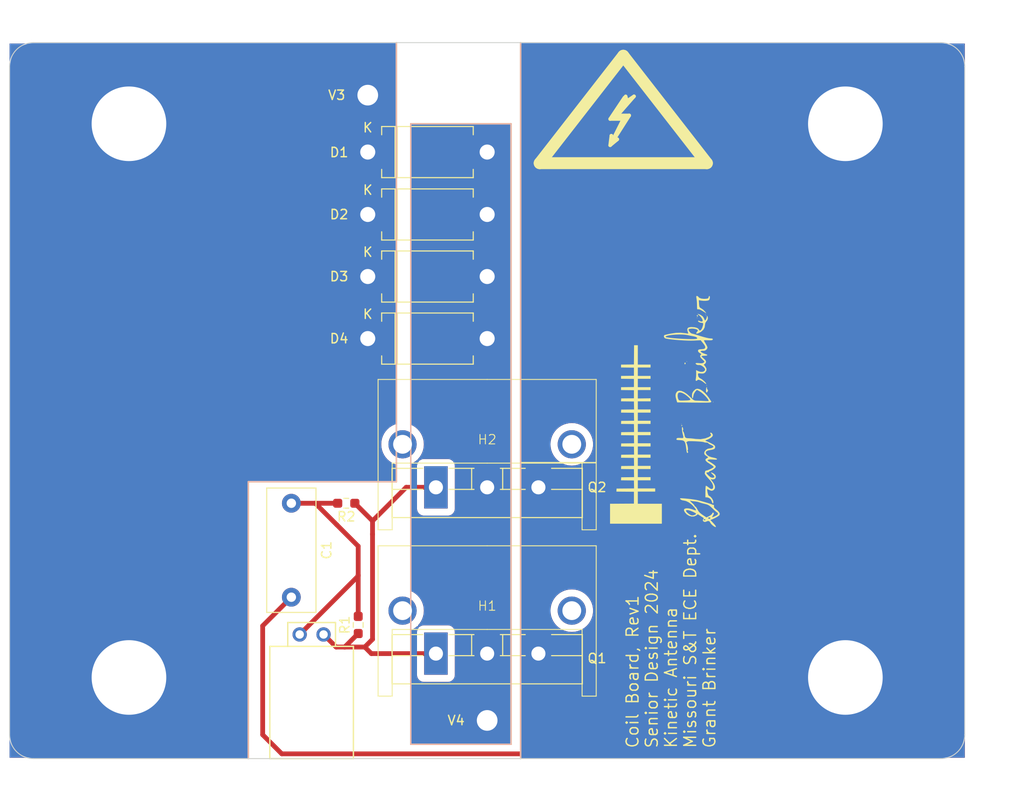
<source format=kicad_pcb>
(kicad_pcb (version 20221018) (generator pcbnew)
  (layers (0 "F.Cu" signal) (31 "B.Cu" signal) (34 "B.Paste" user) (35 "F.Paste" user) (36 "B.SilkS" user "B.Silkscreen") (37 "F.SilkS" user "F.Silkscreen") (38 "B.Mask" user) (39 "F.Mask" user) (44 "Edge.Cuts" user))
  (net 0 "")
  (net 1 "GND1")
  (net 2 "Net-(Q1-G)")
  (net 3 "PWR")
  (net 4 "GND")
  (net 5 "Coil-")
  (footprint "SeniorDesign:WV-T264-101E" (layer "F.Cu") (at 114.3 81.3562)
    (fp_text reference "H2" (at 0 -0.5 unlocked) (layer "F.SilkS") (effects (font (thickness 0.1))))
    (fp_text value "~")
    (fp_line (start -11.6 -6.9) (end 0 -6.9) (stroke (width 0.1)) (layer "F.SilkS"))
    (fp_line (start -11.6 9.1) (end -11.6 -6.9) (stroke (width 0.1)) (layer "F.SilkS"))
    (fp_line (start -10.1 2) (end -10.1 9.1) (stroke (width 0.1)) (layer "F.SilkS"))
    (fp_line (start -10.1 9.1) (end -11.6 9.1) (stroke (width 0.1)) (layer "F.SilkS"))
    (fp_line (start 0 2) (end -10.1 2) (stroke (width 0.1)) (layer "F.SilkS"))
    (fp_line (start 0 2) (end 10.1 2) (stroke (width 0.1)) (layer "F.SilkS"))
    (fp_line (start 10.1 2) (end 10.1 9.1) (stroke (width 0.1)) (layer "F.SilkS"))
    (fp_line (start 10.1 9.1) (end 11.6 9.1) (stroke (width 0.1)) (layer "F.SilkS"))
    (fp_line (start 11.6 -6.9) (end 0 -6.9) (stroke (width 0.1)) (layer "F.SilkS"))
    (fp_line (start 11.6 9.1) (end 11.6 -6.9) (stroke (width 0.1)) (layer "F.SilkS"))
    (pad "1" thru_hole circle (at -9 0) (size 3 3) (drill 2) (layers "*.Cu" "*.Mask"))
    (pad "2" thru_hole circle (at 9 0) (size 3 3) (drill 2) (layers "*.Cu" "*.Mask"))
  )
  (footprint "MRDT_Drill_Holes:BATT_PWR_VIA" (layer "F.Cu") (at 76.2 106.172)
    (fp_text reference "V5" hide)
    (fp_text value "Via" hide)
    (pad "1" thru_hole rect (at 0 0) (size 25.4 38.1) (drill 7.9375 (offset 0 -10.50925)) (layers "*.Cu" "*.Mask") (net 3 "PWR"))
  )
  (footprint "Capacitor_THT:C_Rect_L13.0mm_W5.0mm_P10.00mm_FKS3_FKP3_MKS4" (layer "F.Cu") (at 93.472 87.63 -90)
    (fp_text reference "C1" (at 5 -3.75 -90) (layer "F.SilkS"))
    (fp_text value "4.7n")
    (fp_line (start -1.62 -2.62) (end -1.62 2.62) (stroke (width 0.12)) (layer "F.SilkS"))
    (fp_line (start -1.62 -2.62) (end 11.62 -2.62) (stroke (width 0.12)) (layer "F.SilkS"))
    (fp_line (start -1.62 2.62) (end 11.62 2.62) (stroke (width 0.12)) (layer "F.SilkS"))
    (fp_line (start 11.62 -2.62) (end 11.62 2.62) (stroke (width 0.12)) (layer "F.SilkS"))
    (pad "1" thru_hole circle (at 0 0 270) (size 2 2) (drill 1) (layers "*.Cu" "*.Mask") (net 1 "GND1"))
    (pad "2" thru_hole circle (at 10 0 270) (size 2 2) (drill 1) (layers "*.Cu" "*.Mask") (net 4 "GND"))
  )
  (footprint "Diode_THT:D_DO-201AD_P12.70mm_Horizontal" (layer "F.Cu") (at 101.6 50.254)
    (fp_text reference "D1" (at -3.048 0.038) (layer "F.SilkS"))
    (fp_text value "D")
    (fp_text user "K" (at 0 -2.6) (layer "F.SilkS"))
    (fp_line (start 1.48 -2.72) (end 11.22 -2.72) (stroke (width 0.12)) (layer "F.SilkS"))
    (fp_line (start 1.48 -1.84) (end 1.48 -2.72) (stroke (width 0.12)) (layer "F.SilkS"))
    (fp_line (start 1.48 1.84) (end 1.48 2.72) (stroke (width 0.12)) (layer "F.SilkS"))
    (fp_line (start 1.48 2.72) (end 11.22 2.72) (stroke (width 0.12)) (layer "F.SilkS"))
    (fp_line (start 2.905 -2.72) (end 2.905 2.72) (stroke (width 0.12)) (layer "F.SilkS"))
    (fp_line (start 3.025 -2.72) (end 3.025 2.72) (stroke (width 0.12)) (layer "F.SilkS"))
    (fp_line (start 3.145 -2.72) (end 3.145 2.72) (stroke (width 0.12)) (layer "F.SilkS"))
    (fp_line (start 11.22 -2.72) (end 11.22 -1.84) (stroke (width 0.12)) (layer "F.SilkS"))
    (fp_line (start 11.22 2.72) (end 11.22 1.84) (stroke (width 0.12)) (layer "F.SilkS"))
    (pad "1" thru_hole rect (at 0 0) (size 3.2 3.2) (drill 1.6) (layers "*.Cu" "*.Mask") (net 3 "PWR"))
    (pad "2" thru_hole oval (at 12.7 0) (size 3.2 3.2) (drill 1.6) (layers "*.Cu" "*.Mask") (net 5 "Coil-"))
  )
  (footprint "MRDT_Connectors:MOLEX_SL_02_Horizontal" (layer "F.Cu") (at 96.899 101.596 180)
    (fp_text reference "Conn1" hide)
    (fp_text value "Molex_SL_02")
    (fp_line (start -3.175 -13.208) (end 5.715 -13.208) (stroke (width 0.15)) (layer "F.SilkS"))
    (fp_line (start -3.175 -1.27) (end -3.175 -13.208) (stroke (width 0.15)) (layer "F.SilkS"))
    (fp_line (start -3.175 -1.27) (end 5.715 -1.27) (stroke (width 0.15)) (layer "F.SilkS"))
    (fp_line (start -1.27 1.27) (end -1.27 -1.27) (stroke (width 0.15)) (layer "F.SilkS"))
    (fp_line (start 3.81 -1.27) (end 3.81 1.27) (stroke (width 0.15)) (layer "F.SilkS"))
    (fp_line (start 3.81 1.27) (end -1.27 1.27) (stroke (width 0.15)) (layer "F.SilkS"))
    (fp_line (start 5.715 -1.27) (end 5.715 -13.208) (stroke (width 0.15)) (layer "F.SilkS"))
    (pad "" np_thru_hole circle (at -1.145 -8.64 180) (size 3.45 3.45) (drill 3.45) (layers "*.Cu" "*.Mask"))
    (pad "" np_thru_hole circle (at 3.683 -8.636 180) (size 3.45 3.45) (drill 3.45) (layers "*.Cu" "*.Mask"))
    (pad "1" thru_hole circle (at 0 0 180) (size 1.524 1.524) (drill 0.9) (layers "*.Cu" "*.Mask") (net 2 "Net-(Q1-G)"))
    (pad "2" thru_hole circle (at 2.54 0 180) (size 1.524 1.524) (drill 0.9) (layers "*.Cu" "*.Mask") (net 1 "GND1"))
  )
  (footprint "Diode_THT:D_DO-201AD_P12.70mm_Horizontal" (layer "F.Cu") (at 101.6 63.5)
    (fp_text reference "D3" (at -3.048 0) (layer "F.SilkS"))
    (fp_text value "D")
    (fp_text user "K" (at 0 -2.6) (layer "F.SilkS"))
    (fp_line (start 1.48 -2.72) (end 11.22 -2.72) (stroke (width 0.12)) (layer "F.SilkS"))
    (fp_line (start 1.48 -1.84) (end 1.48 -2.72) (stroke (width 0.12)) (layer "F.SilkS"))
    (fp_line (start 1.48 1.84) (end 1.48 2.72) (stroke (width 0.12)) (layer "F.SilkS"))
    (fp_line (start 1.48 2.72) (end 11.22 2.72) (stroke (width 0.12)) (layer "F.SilkS"))
    (fp_line (start 2.905 -2.72) (end 2.905 2.72) (stroke (width 0.12)) (layer "F.SilkS"))
    (fp_line (start 3.025 -2.72) (end 3.025 2.72) (stroke (width 0.12)) (layer "F.SilkS"))
    (fp_line (start 3.145 -2.72) (end 3.145 2.72) (stroke (width 0.12)) (layer "F.SilkS"))
    (fp_line (start 11.22 -2.72) (end 11.22 -1.84) (stroke (width 0.12)) (layer "F.SilkS"))
    (fp_line (start 11.22 2.72) (end 11.22 1.84) (stroke (width 0.12)) (layer "F.SilkS"))
    (pad "1" thru_hole rect (at 0 0) (size 3.2 3.2) (drill 1.6) (layers "*.Cu" "*.Mask") (net 3 "PWR"))
    (pad "2" thru_hole oval (at 12.7 0) (size 3.2 3.2) (drill 1.6) (layers "*.Cu" "*.Mask") (net 5 "Coil-"))
  )
  (footprint "MountingHole:MountingHole_2.2mm_M2_DIN965_Pad" (layer "F.Cu") (at 101.6 44.196)
    (fp_text reference "V3" (at -3.302 0) (layer "F.SilkS"))
    (fp_text value "Via")
    (pad "1" thru_hole circle (at 0 0) (size 3.8 3.8) (drill 2.2) (layers "*.Cu" "*.Mask") (net 3 "PWR"))
  )
  (footprint "MRDT_Drill_Holes:BATT_PWR_VIA" (layer "F.Cu") (at 152.4 47.244)
    (fp_text reference "V2" hide)
    (fp_text value "Via" hide)
    (pad "1" thru_hole rect (at 0 0) (size 25.4 38.1) (drill 7.9375 (offset 0 10.50925)) (layers "*.Cu" "*.Mask") (net 4 "GND"))
  )
  (footprint "Symbol:Symbol_Highvoltage_Type2_CopperTop_Small" (layer "F.Cu") (at 128.778 47.625)
    (fp_text reference "REF**" hide)
    (fp_text value "Symbol_Highvoltage_Type2_CopperTop_Small")
    (fp_line (start -8.89 3.81) (end 0 -7.62) (stroke (width 1.27)) (layer "F.SilkS"))
    (fp_line (start -1.397 -0.889) (end 0 -0.889) (stroke (width 0.381)) (layer "F.SilkS"))
    (fp_line (start -1.397 1.905) (end -0.635 1.27) (stroke (width 0.381)) (layer "F.SilkS"))
    (fp_line (start -1.27 0.889) (end -1.397 1.905) (stroke (width 0.381)) (layer "F.SilkS"))
    (fp_line (start -1.143 1.397) (end -1.27 0.889) (stroke (width 0.381)) (layer "F.SilkS"))
    (fp_line (start -1.143 1.524) (end 0.635 -1.27) (stroke (width 0.381)) (layer "F.SilkS"))
    (fp_line (start -1.016 -1.016) (end 0.254 -1.016) (stroke (width 0.381)) (layer "F.SilkS"))
    (fp_line (start -0.635 -1.27) (end 1.143 -3.302) (stroke (width 0.381)) (layer "F.SilkS"))
    (fp_line (start -0.635 1.27) (end -1.143 1.524) (stroke (width 0.381)) (layer "F.SilkS"))
    (fp_line (start 0 -7.62) (end 8.89 3.81) (stroke (width 1.27)) (layer "F.SilkS"))
    (fp_line (start 0 -0.889) (end -1.143 1.397) (stroke (width 0.381)) (layer "F.SilkS"))
    (fp_line (start 0.127 -3.175) (end -1.397 -0.889) (stroke (width 0.381)) (layer "F.SilkS"))
    (fp_line (start 0.381 -2.921) (end -1.016 -1.016) (stroke (width 0.381)) (layer "F.SilkS"))
    (fp_line (start 0.381 -2.794) (end 0.254 -3.302) (stroke (width 0.381)) (layer "F.SilkS"))
    (fp_line (start 0.635 -1.27) (end -0.635 -1.27) (stroke (width 0.381)) (layer "F.SilkS"))
    (fp_line (start 1.143 -3.302) (end 0.381 -2.794) (stroke (width 0.381)) (layer "F.SilkS"))
    (fp_line (start 8.89 3.81) (end -8.89 3.81) (stroke (width 1.27)) (layer "F.SilkS"))
  )
  (footprint "Diode_THT:D_DO-201AD_P12.70mm_Horizontal" (layer "F.Cu") (at 101.6 56.896)
    (fp_text reference "D2" (at -3.048 0) (layer "F.SilkS"))
    (fp_text value "D")
    (fp_text user "K" (at 0 -2.6) (layer "F.SilkS"))
    (fp_line (start 1.48 -2.72) (end 11.22 -2.72) (stroke (width 0.12)) (layer "F.SilkS"))
    (fp_line (start 1.48 -1.84) (end 1.48 -2.72) (stroke (width 0.12)) (layer "F.SilkS"))
    (fp_line (start 1.48 1.84) (end 1.48 2.72) (stroke (width 0.12)) (layer "F.SilkS"))
    (fp_line (start 1.48 2.72) (end 11.22 2.72) (stroke (width 0.12)) (layer "F.SilkS"))
    (fp_line (start 2.905 -2.72) (end 2.905 2.72) (stroke (width 0.12)) (layer "F.SilkS"))
    (fp_line (start 3.025 -2.72) (end 3.025 2.72) (stroke (width 0.12)) (layer "F.SilkS"))
    (fp_line (start 3.145 -2.72) (end 3.145 2.72) (stroke (width 0.12)) (layer "F.SilkS"))
    (fp_line (start 11.22 -2.72) (end 11.22 -1.84) (stroke (width 0.12)) (layer "F.SilkS"))
    (fp_line (start 11.22 2.72) (end 11.22 1.84) (stroke (width 0.12)) (layer "F.SilkS"))
    (pad "1" thru_hole rect (at 0 0) (size 3.2 3.2) (drill 1.6) (layers "*.Cu" "*.Mask") (net 3 "PWR"))
    (pad "2" thru_hole oval (at 12.7 0) (size 3.2 3.2) (drill 1.6) (layers "*.Cu" "*.Mask") (net 5 "Coil-"))
  )
  (footprint "Resistor_SMD:R_0603_1608Metric_Pad0.98x0.95mm_HandSolder" (layer "F.Cu") (at 100.584 100.584 90)
    (fp_text reference "R1" (at 0 -1.43 90) (layer "F.SilkS"))
    (fp_text value "4.7k")
    (fp_line (start -0.254724 -0.5225) (end 0.254724 -0.5225) (stroke (width 0.12)) (layer "F.SilkS"))
    (fp_line (start -0.254724 0.5225) (end 0.254724 0.5225) (stroke (width 0.12)) (layer "F.SilkS"))
    (pad "1" smd roundrect (at -0.9125 0 90) (size 0.975 0.95) (layers "F.Cu" "F.Paste" "F.Mask") (net 2 "Net-(Q1-G)"))
    (pad "2" smd roundrect (at 0.9125 0 90) (size 0.975 0.95) (layers "F.Cu" "F.Paste" "F.Mask") (net 1 "GND1"))
  )
  (footprint "Package_TO_SOT_THT:TO-264-3_Vertical" (layer "F.Cu") (at 108.85 103.632)
    (fp_text reference "Q1" (at 17.134 0.508) (layer "F.SilkS"))
    (fp_text value "Q_NMOS_GDS")
    (fp_line (start -4.67 -2.021) (end -4.67 3.22) (stroke (width 0.12)) (layer "F.SilkS"))
    (fp_line (start -4.67 -2.021) (end -1.4 -2.021) (stroke (width 0.12)) (layer "F.SilkS"))
    (fp_line (start -4.67 0.22) (end -1.4 0.22) (stroke (width 0.12)) (layer "F.SilkS"))
    (fp_line (start -4.67 3.22) (end 15.57 3.22) (stroke (width 0.12)) (layer "F.SilkS"))
    (fp_line (start 1.4 -2.021) (end 4.051 -2.021) (stroke (width 0.12)) (layer "F.SilkS"))
    (fp_line (start 1.4 0.22) (end 4.051 0.22) (stroke (width 0.12)) (layer "F.SilkS"))
    (fp_line (start 3.8 -2.021) (end 3.8 0.22) (stroke (width 0.12)) (layer "F.SilkS"))
    (fp_line (start 6.85 -2.021) (end 9.5 -2.021) (stroke (width 0.12)) (layer "F.SilkS"))
    (fp_line (start 6.85 0.22) (end 9.5 0.22) (stroke (width 0.12)) (layer "F.SilkS"))
    (fp_line (start 7.1 -2.021) (end 7.1 0.22) (stroke (width 0.12)) (layer "F.SilkS"))
    (fp_line (start 12.3 -2.021) (end 15.57 -2.021) (stroke (width 0.12)) (layer "F.SilkS"))
    (fp_line (start 12.3 0.22) (end 15.57 0.22) (stroke (width 0.12)) (layer "F.SilkS"))
    (fp_line (start 15.57 -2.021) (end 15.57 3.22) (stroke (width 0.12)) (layer "F.SilkS"))
    (pad "1" thru_hole rect (at 0 0) (size 2.5 4.5) (drill 1.5) (layers "*.Cu" "*.Mask") (net 2 "Net-(Q1-G)"))
    (pad "2" thru_hole oval (at 5.45 0) (size 2.5 4.5) (drill 1.5) (layers "*.Cu" "*.Mask") (net 5 "Coil-"))
    (pad "3" thru_hole oval (at 10.9 0) (size 2.5 4.5) (drill 1.5) (layers "*.Cu" "*.Mask") (net 4 "GND"))
  )
  (footprint "MRDT_Silkscreens:z_sig_Grant_Brinker_25mmx6" (layer "F.Cu") (at 136.144 77.724 90)
    (fp_text reference "G***" hide)
    (fp_text value "LOGO" hide)
    (fp_poly (pts (xy -1.46416 -1.177695) (xy -1.495989 -1.145865) (xy -1.527819 -1.177695) (xy -1.495989 -1.209524)) (fill solid) (layer "F.SilkS"))
    (fp_poly (pts (xy 0.891229 2.19624) (xy 0.859399 2.22807) (xy 0.827569 2.19624) (xy 0.859399 2.164411)) (fill solid) (layer "F.SilkS"))
    (fp_poly (pts (xy 2.673685 1.49599) (xy 2.641855 1.527819) (xy 2.610026 1.49599) (xy 2.641855 1.46416)) (fill solid) (layer "F.SilkS"))
    (fp_poly (pts (xy 5.220051 -0.604762) (xy 5.188221 -0.572933) (xy 5.156391 -0.604762) (xy 5.188221 -0.636592)) (fill solid) (layer "F.SilkS"))
    (fp_poly (pts (xy 9.867168 0.477443) (xy 9.835339 0.509273) (xy 9.803509 0.477443) (xy 9.835339 0.445614)) (fill solid) (layer "F.SilkS"))
    (fp_poly (pts (xy 10.121805 1.43233) (xy 10.089975 1.46416) (xy 10.058146 1.43233) (xy 10.089975 1.400501)) (fill solid) (layer "F.SilkS"))
    (fp_poly (pts (xy 10.249123 1.368671) (xy 10.217294 1.400501) (xy 10.185464 1.368671) (xy 10.217294 1.336842)) (fill solid) (layer "F.SilkS"))
    (fp_poly (pts (xy 5.059902 -0.829188) (xy 5.060822 -0.756808) (xy 4.985131 -0.733138) (xy 4.909293 -0.759252) (xy 4.865628 -0.810027) (xy 4.926208 -0.84776) (xy 5.029576 -0.852146)) (fill solid) (layer "F.SilkS"))
    (fp_poly (pts (xy -1.594069 -1.163313) (xy -1.591478 -1.145865) (xy -1.613198 -1.083861) (xy -1.619551 -1.082206) (xy -1.673901 -1.126814) (xy -1.686967 -1.145865) (xy -1.68192 -1.204526) (xy -1.658894 -1.209524)) (fill solid) (layer "F.SilkS"))
    (fp_poly (pts (xy 10.12009 0.494169) (xy 10.121805 0.509273) (xy 10.069989 0.565141) (xy 10.022559 0.572932) (xy 9.956668 0.54207) (xy 9.962657 0.509273) (xy 10.044043 0.448042) (xy 10.061903 0.445614)) (fill solid) (layer "F.SilkS"))
    (fp_poly (pts (xy 2.173676 1.431141) (xy 2.346936 1.456677) (xy 2.453904 1.487348) (xy 2.476024 1.514003) (xy 2.394737 1.527493) (xy 2.369756 1.527819) (xy 2.243506 1.554837) (xy 2.196241 1.591478) (xy 2.130264 1.648008) (xy 2.025478 1.623029) (xy 1.95618 1.58563) (xy 1.873088 1.508645) (xy 1.902994 1.452179) (xy 2.032027 1.426083)) (fill solid) (layer "F.SilkS"))
    (fp_poly (pts (xy 12.138101 0.405707) (xy 12.158826 0.464837) (xy 12.158898 0.471305) (xy 12.111975 0.582079) (xy 12.069237 0.611334) (xy 11.958343 0.717274) (xy 11.882737 0.92035) (xy 11.850474 1.193322) (xy 11.85285 1.342963) (xy 11.870873 1.544971) (xy 11.905064 1.652388) (xy 11.970045 1.697932) (xy 12.015665 1.707309) (xy 12.127602 1.74559) (xy 12.158898 1.786883) (xy 12.107221 1.835226) (xy 11.985287 1.84501) (xy 11.842739 1.820494) (xy 11.729221 1.76594) (xy 11.711506 1.748484) (xy 11.66153 1.618759) (xy 11.635632 1.405102) (xy 11.635754 1.148958) (xy 11.663837 0.891776) (xy 11.669845 0.859398) (xy 11.707342 0.668421) (xy 11.327034 0.690056) (xy 11.109849 0.708161) (xy 10.981227 0.742623) (xy 10.902416 0.810495) (xy 10.849176 0.900334) (xy 10.698214 1.129806) (xy 10.480014 1.341962) (xy 10.406616 1.400501) (xy 10.327889 1.458226) (xy 10.32001 1.443779) (xy 10.382119 1.341244) (xy 10.401749 1.310508) (xy 10.574638 1.031708) (xy 10.681737 0.835093) (xy 10.73246 0.700118) (xy 10.736222 0.606236) (xy 10.731946 0.589881) (xy 10.725274 0.530555) (xy 10.768353 0.496097) (xy 10.885431 0.479988) (xy 11.100754 0.47571) (xy 11.156657 0.475699) (xy 11.433853 0.46801) (xy 11.702474 0.447358) (xy 11.888346 0.420986) (xy 12.058557 0.393064)) (fill solid) (layer "F.SilkS"))
    (fp_poly (pts (xy 1.728445 -1.78492) (xy 1.83346 -1.746906) (xy 2.00405 -1.6184) (xy 2.074296 -1.426898) (xy 2.047277 -1.183658) (xy 1.926071 -0.899939) (xy 1.713756 -0.586999) (xy 1.430385 -0.272808) (xy 1.233856 -0.073825) (xy 1.111979 0.068497) (xy 1.046709 0.184779) (xy 1.020004 0.30564) (xy 1.01417 0.433538) (xy 1.007617 0.650376) (xy 0.994618 0.933411) (xy 0.977968 1.221859) (xy 0.977736 1.225438) (xy 0.967233 1.457506) (xy 0.968099 1.630917) (xy 0.979927 1.715211) (xy 0.984353 1.718797) (xy 1.113329 1.671556) (xy 1.29292 1.545797) (xy 1.498169 1.365466) (xy 1.70412 1.154507) (xy 1.885814 0.936865) (xy 2.018294 0.736485) (xy 2.028588 0.716921) (xy 2.157987 0.463279) (xy 1.983245 0.295866) (xy 1.733474 0.142693) (xy 1.51048 0.087604) (xy 1.321005 0.046867) (xy 1.254144 0.001074) (xy 1.30621 -0.038775) (xy 1.473514 -0.06168) (xy 1.561191 -0.06366) (xy 1.779725 -0.04051) (xy 1.958586 0.047137) (xy 2.066708 0.133912) (xy 2.22954 0.316014) (xy 2.286249 0.501713) (xy 2.241283 0.72268) (xy 2.171202 0.877849) (xy 2.030601 1.083855) (xy 1.815336 1.320411) (xy 1.560528 1.553593) (xy 1.301298 1.749477) (xy 1.209524 1.806737) (xy 1.058918 1.901416) (xy 0.960898 1.97654) (xy 0.949268 1.989519) (xy 0.887787 1.995103) (xy 0.852026 1.960532) (xy 0.834826 1.924724) (xy 0.821237 1.861909) (xy 0.811078 1.759998) (xy 0.804168 1.606898) (xy 0.800325 1.39052) (xy 0.799366 1.098773) (xy 0.801112 0.719565) (xy 0.805379 0.240806) (xy 0.811986 -0.349594) (xy 0.814357 -0.546941) (xy 0.82163 -1.145916) (xy 1.020072 -1.145916) (xy 1.02535 -0.895117) (xy 1.037675 -0.558615) (xy 1.060344 -0.342272) (xy 1.104268 -0.238934) (xy 1.180354 -0.241442) (xy 1.29951 -0.342641) (xy 1.472647 -0.535373) (xy 1.509111 -0.577748) (xy 1.706112 -0.844246) (xy 1.836171 -1.098051) (xy 1.890739 -1.316035) (xy 1.861266 -1.475071) (xy 1.847792 -1.49397) (xy 1.715756 -1.566883) (xy 1.51444 -1.588297) (xy 1.291678 -1.556658) (xy 1.176723 -1.515794) (xy 1.096553 -1.47337) (xy 1.04839 -1.416722) (xy 1.02523 -1.317141) (xy 1.020072 -1.145916) (xy 0.82163 -1.145916) (xy 0.827569 -1.634985) (xy 1.098121 -1.71606) (xy 1.367901 -1.787248) (xy 1.563723 -1.809602)) (fill solid) (layer "F.SilkS"))
    (fp_poly (pts (xy -9.385393 -1.321902) (xy -9.374756 -1.24402) (xy -9.379649 -1.066298) (xy -9.397595 -0.814936) (xy -9.426113 -0.516131) (xy -9.462725 -0.196083) (xy -9.504953 0.11901) (xy -9.546622 0.381954) (xy -9.587371 0.573315) (xy -9.651946 0.829579) (xy -9.731995 1.122397) (xy -9.819167 1.423424) (xy -9.905113 1.704312) (xy -9.981481 1.936714) (xy -10.03992 2.092282) (xy -10.064061 2.138438) (xy -10.088039 2.230905) (xy -10.073507 2.258544) (xy -10.090449 2.285544) (xy -10.193962 2.278847) (xy -10.345873 2.287837) (xy -10.470193 2.39622) (xy -10.480429 2.40983) (xy -10.708727 2.689144) (xy -10.899068 2.852502) (xy -11.057681 2.903353) (xy -11.190797 2.845146) (xy -11.217482 2.817817) (xy -11.340299 2.64435) (xy -11.474897 2.404183) (xy -11.591971 2.151124) (xy -11.619975 2.078875) (xy -11.68611 1.89785) (xy -12.031094 2.221738) (xy -12.226255 2.39026) (xy -12.366662 2.480737) (xy -12.435247 2.486456) (xy -12.435775 2.405771) (xy -12.365666 2.273928) (xy -12.250644 2.12298) (xy -12.116435 1.984983) (xy -11.988765 1.891989) (xy -11.94389 1.874214) (xy -11.86971 1.819837) (xy -11.562791 1.819837) (xy -11.504062 1.900146) (xy -11.468436 1.909774) (xy -11.426657 1.85616) (xy -11.41249 1.782456) (xy -11.435807 1.674219) (xy -11.504111 1.66523) (xy -11.554135 1.718797) (xy -11.562791 1.819837) (xy -11.86971 1.819837) (xy -11.829476 1.790344) (xy -11.789943 1.647929) (xy -11.838265 1.499676) (xy -11.848466 1.486513) (xy -11.851946 1.47702) (xy -11.414109 1.47702) (xy -11.274861 1.763636) (xy -11.169731 1.937385) (xy -11.05925 2.056382) (xy -11.010663 2.082926) (xy -10.900425 2.143403) (xy -10.907319 2.223572) (xy -10.955425 2.26364) (xy -11.047784 2.257832) (xy -11.18481 2.187829) (xy -11.210061 2.170002) (xy -11.328901 2.098314) (xy -11.391929 2.091825) (xy -11.394987 2.102007) (xy -11.365727 2.205726) (xy -11.294365 2.367008) (xy -11.205529 2.534985) (xy -11.12774 2.653985) (xy -11.036607 2.697193) (xy -10.933479 2.677666) (xy -10.885714 2.609563) (xy -10.843984 2.544618) (xy -10.732159 2.412789) (xy -10.570287 2.237104) (xy -10.477408 2.140583) (xy -10.277964 1.929757) (xy -10.148001 1.766768) (xy -10.06439 1.612086) (xy -10.004001 1.42618) (xy -9.965155 1.265083) (xy -9.905594 1.023646) (xy -9.847166 0.820485) (xy -9.801996 0.697552) (xy -9.800037 0.693764) (xy -9.760544 0.568033) (xy -9.724851 0.367985) (xy -9.708397 0.2214) (xy -9.685542 0.014336) (xy -9.658835 -0.141021) (xy -9.641472 -0.195651) (xy -9.614913 -0.26134) (xy -9.657507 -0.249088) (xy -9.750099 -0.172671) (xy -9.873537 -0.045864) (xy -9.914153 0.000452) (xy -10.046573 0.136737) (xy -10.152297 0.212953) (xy -10.192388 0.218527) (xy -10.236007 0.230895) (xy -10.234785 0.265819) (xy -10.278055 0.338036) (xy -10.40996 0.435846) (xy -10.546817 0.510916) (xy -10.76151 0.636832) (xy -10.938786 0.799047) (xy -11.119134 1.035684) (xy -11.145226 1.074364) (xy -11.414109 1.47702) (xy -11.851946 1.47702) (xy -11.89751 1.352714) (xy -11.88437 1.273183) (xy -11.713283 1.273183) (xy -11.700445 1.374366) (xy -11.652444 1.364196) (xy -11.636892 1.349574) (xy -11.593279 1.262947) (xy -11.636892 1.196792) (xy -11.693902 1.165456) (xy -11.712818 1.242543) (xy -11.713283 1.273183) (xy -11.88437 1.273183) (xy -11.87341 1.206849) (xy -11.790037 1.10601) (xy -11.75274 1.092507) (xy -11.624716 1.113026) (xy -11.574383 1.155515) (xy -11.515911 1.201451) (xy -11.450338 1.138694) (xy -11.439436 1.122048) (xy -11.354616 0.990939) (xy -11.242317 0.819135) (xy -11.218814 0.783375) (xy -11.074471 0.564006) (xy -11.2029 0.400736) (xy -11.311426 0.168124) (xy -11.318856 -0.05057) (xy -11.20401 -0.05057) (xy -11.180366 0.130574) (xy -11.121808 0.287268) (xy -11.046892 0.37542) (xy -11.021971 0.381954) (xy -10.97146 0.328694) (xy -10.889138 0.189679) (xy -10.801404 0.013016) (xy -10.698668 -0.245994) (xy -10.642415 -0.466487) (xy -10.636015 -0.624977) (xy -10.682841 -0.697977) (xy -10.699011 -0.700251) (xy -10.809969 -0.648743) (xy -10.945141 -0.519296) (xy -11.075289 -0.349526) (xy -11.171173 -0.177047) (xy -11.20401 -0.05057) (xy -11.318856 -0.05057) (xy -11.320491 -0.098705) (xy -11.241381 -0.371158) (xy -11.085382 -0.620643) (xy -10.863782 -0.818569) (xy -10.686579 -0.907248) (xy -10.558829 -0.905064) (xy -10.47679 -0.802606) (xy -10.443024 -0.619383) (xy -10.460094 -0.374905) (xy -10.530562 -0.088683) (xy -10.565907 0.011437) (xy -10.629861 0.197696) (xy -10.662811 0.330706) (xy -10.661655 0.372597) (xy -10.592198 0.36021) (xy -10.461226 0.278375) (xy -10.296409 0.148505) (xy -10.125417 -0.007987) (xy -10.004506 -0.135962) (xy -9.810633 -0.404734) (xy -9.673656 -0.686923) (xy -9.613652 -0.939685) (xy -9.612531 -0.972505) (xy -9.585613 -1.112733) (xy -9.521469 -1.242462) (xy -9.445015 -1.323367)) (fill solid) (layer "F.SilkS"))
    (fp_poly (pts (xy -3.030074 -1.698181) (xy -2.974351 -1.641823) (xy -2.952031 -1.511753) (xy -2.956646 -1.304846) (xy -2.967724 -1.121598) (xy -2.957677 -1.016261) (xy -2.902089 -0.976205) (xy -2.776542 -0.988795) (xy -2.556619 -1.041399) (xy -2.482706 -1.059646) (xy -2.253981 -1.104709) (xy -2.039383 -1.128803) (xy -1.872566 -1.13018) (xy -1.787186 -1.10709) (xy -1.782456 -1.096037) (xy -1.835518 -1.040219) (xy -1.954801 -1.001248) (xy -2.08045 -0.990866) (xy -2.152611 -1.020818) (xy -2.153611 -1.02322) (xy -2.206728 -1.033482) (xy -2.263753 -0.991957) (xy -2.380378 -0.925859) (xy -2.562793 -0.869572) (xy -2.624678 -0.857411) (xy -2.825677 -0.809877) (xy -2.9361 -0.730269) (xy -2.98238 -0.58516) (xy -2.991005 -0.394149) (xy -3.001776 -0.183994) (xy -3.028817 0.087343) (xy -3.060375 0.320942) (xy -3.08613 0.85273) (xy -3.00085 1.36283) (xy -2.855999 1.734711) (xy -2.73775 1.91362) (xy -2.623238 1.969517) (xy -2.50459 1.906181) (xy -2.502623 1.904227) (xy -2.421764 1.872225) (xy -2.393818 1.899095) (xy -2.400386 1.990137) (xy -2.486057 2.087975) (xy -2.610744 2.154634) (xy -2.673896 2.164411) (xy -2.800358 2.107141) (xy -2.939487 1.952512) (xy -3.071566 1.726295) (xy -3.14667 1.546474) (xy -3.204114 1.402512) (xy -3.241808 1.367339) (xy -3.275229 1.427395) (xy -3.276954 1.43233) (xy -3.326229 1.551985) (xy -3.413518 1.744447) (xy -3.520131 1.96853) (xy -3.522517 1.973433) (xy -3.650512 2.212129) (xy -3.756844 2.349475) (xy -3.857709 2.405684) (xy -3.870797 2.408019) (xy -4.030436 2.396237) (xy -4.138391 2.296868) (xy -4.207007 2.094516) (xy -4.228932 1.961311) (xy -4.291156 1.651195) (xy -4.38068 1.464276) (xy -4.499933 1.398888) (xy -4.651346 1.453363) (xy -4.791019 1.575565) (xy -4.915693 1.759303) (xy -5.0071 2.026746) (xy -5.040254 2.180327) (xy -5.099755 2.430858) (xy -5.161684 2.57691) (xy -5.205581 2.610025) (xy -5.249539 2.580061) (xy -5.266835 2.475626) (xy -5.25984 2.274905) (xy -5.252304 2.180325) (xy -5.240995 1.896624) (xy -5.26249 1.708764) (xy -5.286137 1.655137) (xy -5.355559 1.603751) (xy -5.384323 1.623308) (xy -5.46895 1.787961) (xy -5.591017 1.988179) (xy -5.72605 2.187885) (xy -5.849576 2.351003) (xy -5.937121 2.441457) (xy -5.941088 2.444026) (xy -6.028262 2.472635) (xy -6.117261 2.428659) (xy -6.240632 2.297532) (xy -6.365729 2.118876) (xy -6.451591 1.94117) (xy -6.463746 1.899107) (xy -6.508684 1.782162) (xy -6.56138 1.753414) (xy -6.562072 1.753828) (xy -6.6049 1.728029) (xy -6.620551 1.627065) (xy -6.63482 1.506805) (xy -6.687019 1.476766) (xy -6.791232 1.539875) (xy -6.960066 1.697577) (xy -7.137028 1.91958) (xy -7.193483 2.107604) (xy -7.167196 2.275046) (xy -7.090326 2.326825) (xy -6.965863 2.262781) (xy -6.833328 2.127207) (xy -6.702417 1.99285) (xy -6.633951 1.963442) (xy -6.632837 2.03036) (xy -6.703981 2.184977) (xy -6.753061 2.2683) (xy -6.903072 2.426832) (xy -7.070487 2.484121) (xy -7.225332 2.450133) (xy -7.337634 2.334832) (xy -7.377416 2.148183) (xy -7.367919 2.063897) (xy -7.339263 1.913991) (xy -7.508067 2.055115) (xy -7.814812 2.27263) (xy -8.082784 2.383199) (xy -8.304816 2.385826) (xy -8.47374 2.279518) (xy -8.529952 2.196937) (xy -8.579872 2.070296) (xy -8.567364 1.948166) (xy -8.509799 1.811105) (xy -8.441755 1.664201) (xy -8.405071 1.576801) (xy -8.403007 1.568902) (xy -8.456906 1.553933) (xy -8.590767 1.567351) (xy -8.762837 1.600191) (xy -8.931365 1.643485) (xy -9.054597 1.688266) (xy -9.092007 1.716875) (xy -9.206584 1.903172) (xy -9.396724 2.073269) (xy -9.612987 2.186804) (xy -9.692105 2.20678) (xy -9.861787 2.211388) (xy -9.933379 2.172603) (xy -9.898314 2.114467) (xy -9.748027 2.061017) (xy -9.744308 2.060265) (xy -9.52362 1.962213) (xy -9.35818 1.787857) (xy -9.282182 1.574743) (xy -9.28077 1.551241) (xy -9.275394 1.368671) (xy -8.685645 1.368671) (xy -8.422614 1.37331) (xy -8.209261 1.385743) (xy -8.076561 1.40375) (xy -8.050002 1.414278) (xy -8.060976 1.483913) (xy -8.140487 1.609732) (xy -8.203558 1.687044) (xy -8.356845 1.899045) (xy -8.395758 2.056245) (xy -8.320357 2.159659) (xy -8.232698 2.193353) (xy -8.032496 2.187483) (xy -7.791517 2.096044) (xy -7.54651 1.934462) (xy -7.481316 1.877944) (xy -7.202633 1.625111) (xy -6.999643 1.451702) (xy -6.858035 1.34709) (xy -6.763498 1.300647) (xy -6.704089 1.300789) (xy -6.560956 1.334156) (xy -6.519856 1.336842) (xy -6.443173 1.389054) (xy -6.428952 1.448245) (xy -6.40149 1.571275) (xy -6.332912 1.754169) (xy -6.242605 1.954728) (xy -6.149957 2.130751) (xy -6.074356 2.240038) (xy -6.059404 2.252616) (xy -5.999841 2.220403) (xy -5.89693 2.099864) (xy -5.769228 1.913926) (xy -5.717957 1.830717) (xy -5.534793 1.556367) (xy -5.383606 1.401974) (xy -5.260373 1.365375) (xy -5.161071 1.444405) (xy -5.12538 1.511904) (xy -5.05372 1.630536) (xy -4.982794 1.632256) (xy -4.896712 1.514534) (xy -4.873914 1.471874) (xy -4.743025 1.295705) (xy -4.584756 1.238326) (xy -4.430182 1.27095) (xy -4.233853 1.407861) (xy -4.106227 1.620353) (xy -4.074185 1.800805) (xy -4.04808 1.990745) (xy -3.982589 2.146093) (xy -3.896949 2.225086) (xy -3.877388 2.22807) (xy -3.816199 2.174816) (xy -3.732707 2.039116) (xy -3.685672 1.941604) (xy -3.60191 1.775908) (xy -3.529477 1.672466) (xy -3.502531 1.655137) (xy -3.463754 1.600124) (xy -3.451278 1.473334) (xy -3.436438 1.307854) (xy -3.400807 1.202783) (xy -3.377652 1.108583) (xy -3.35381 0.913903) (xy -3.331842 0.645541) (xy -3.314303 0.330292) (xy -3.311807 0.270449) (xy -3.30027 -0.083953) (xy -3.29916 -0.328416) (xy -3.309487 -0.479971) (xy -3.332258 -0.555647) (xy -3.361777 -0.573034) (xy -3.411823 -0.610745) (xy -3.397301 -0.652507) (xy -3.379364 -0.699913) (xy -3.441288 -0.659942) (xy -3.562658 -0.598558) (xy -3.742063 -0.543672) (xy -3.939841 -0.502628) (xy -4.116327 -0.48277) (xy -4.231858 -0.491439) (xy -4.254585 -0.509372) (xy -4.306991 -0.540783) (xy -4.36954 -0.501897) (xy -4.476066 -0.461173) (xy -4.528044 -0.492055) (xy -4.562674 -0.552671) (xy -4.514079 -0.59754) (xy -4.366491 -0.634145) (xy -4.169674 -0.662124) (xy -3.801739 -0.711762) (xy -3.541437 -0.764421) (xy -3.36954 -0.833908) (xy -3.266819 -0.93403) (xy -3.214046 -1.078596) (xy -3.191994 -1.281413) (xy -3.18804 -1.36704) (xy -3.175905 -1.578224) (xy -3.152834 -1.686981) (xy -3.106954 -1.718197)) (fill solid) (layer "F.SilkS"))
    (fp_poly (pts (xy 7.988816 -2.992639) (xy 8.016651 -2.906769) (xy 8.060705 -2.725351) (xy 8.114108 -2.478044) (xy 8.152534 -2.285941) (xy 8.231172 -1.750565) (xy 8.24306 -1.260641) (xy 8.188853 -0.753609) (xy 8.169702 -0.642238) (xy 8.150991 -0.500427) (xy 8.175878 -0.454897) (xy 8.250764 -0.475362) (xy 8.511753 -0.557592) (xy 8.691087 -0.545157) (xy 8.798839 -0.431685) (xy 8.845082 -0.210803) (xy 8.848622 -0.097194) (xy 8.824426 0.230839) (xy 8.756114 0.481554) (xy 8.650102 0.636017) (xy 8.588665 0.670109) (xy 8.482755 0.740085) (xy 8.485949 0.834802) (xy 8.586872 0.937839) (xy 8.774146 1.032777) (xy 8.859937 1.061638) (xy 9.085225 1.122978) (xy 9.215947 1.135313) (xy 9.277177 1.093182) (xy 9.293991 0.991126) (xy 9.294236 0.967054) (xy 9.318943 0.81745) (xy 9.378595 0.67857) (xy 9.451491 0.587784) (xy 9.515929 0.582459) (xy 9.516996 0.583495) (xy 9.523891 0.665392) (xy 9.490371 0.754272) (xy 9.427444 0.929005) (xy 9.446649 1.045768) (xy 9.529019 1.082205) (xy 9.678211 1.037389) (xy 9.862049 0.923976) (xy 10.036567 0.773522) (xy 10.14451 0.640452) (xy 10.216291 0.544886) (xy 10.244219 0.548954) (xy 10.229975 0.633393) (xy 10.175241 0.778938) (xy 10.122796 0.889285) (xy 9.961901 1.10736) (xy 9.772671 1.217833) (xy 9.627786 1.279955) (xy 9.552066 1.331415) (xy 9.548873 1.339412) (xy 9.602189 1.395305) (xy 9.728574 1.460332) (xy 9.87768 1.512348) (xy 9.981567 1.529755) (xy 10.052311 1.538587) (xy 10.013364 1.575674) (xy 9.973961 1.599158) (xy 9.793715 1.637658) (xy 9.594116 1.58347) (xy 9.43712 1.462416) (xy 9.289084 1.365263) (xy 9.136855 1.333249) (xy 8.818393 1.289919) (xy 8.569822 1.161397) (xy 8.360934 0.929559) (xy 8.296684 0.829169) (xy 8.189462 0.620813) (xy 8.144861 0.469723) (xy 8.161615 0.391072) (xy 8.238459 0.400034) (xy 8.326942 0.466216) (xy 8.433803 0.547978) (xy 8.490843 0.572932) (xy 8.561378 0.515517) (xy 8.622983 0.368244) (xy 8.666041 0.168572) (xy 8.680937 -0.04604) (xy 8.675095 -0.144838) (xy 8.648461 -0.326291) (xy 8.611041 -0.408518) (xy 8.54503 -0.419417) (xy 8.505952 -0.409858) (xy 8.360949 -0.330914) (xy 8.228547 -0.203467) (xy 8.15299 -0.07315) (xy 8.148023 -0.040692) (xy 8.129262 0.044373) (xy 8.078217 0.225171) (xy 8.002336 0.476476) (xy 7.909067 0.773061) (xy 7.893387 0.821914) (xy 7.795682 1.14681) (xy 7.715363 1.454491) (xy 7.660494 1.711138) (xy 7.639142 1.882937) (xy 7.639098 1.888205) (xy 7.62568 2.073276) (xy 7.580385 2.155249) (xy 7.54361 2.164411) (xy 7.465198 2.107352) (xy 7.437671 1.989348) (xy 7.434719 1.816405) (xy 7.439816 1.59209) (xy 7.443519 1.511904) (xy 7.446093 1.335785) (xy 7.434365 1.226781) (xy 7.423095 1.209523) (xy 7.353095 1.240328) (xy 7.210383 1.319934) (xy 7.075996 1.400501) (xy 6.887438 1.505805) (xy 6.729848 1.575167) (xy 6.661256 1.591478) (xy 6.514873 1.538753) (xy 6.388276 1.412199) (xy 6.321297 1.259249) (xy 6.322521 1.188092) (xy 6.327746 1.018036) (xy 6.307462 0.928059) (xy 6.268758 0.850808) (xy 6.222596 0.86741) (xy 6.152784 0.959888) (xy 6.061924 1.128516) (xy 5.98541 1.33326) (xy 5.979928 1.352756) (xy 5.915696 1.529291) (xy 5.857904 1.581933) (xy 5.814579 1.514101) (xy 5.79375 1.32921) (xy 5.792983 1.273183) (xy 5.782889 1.091596) (xy 5.757082 0.976352) (xy 5.736879 0.954887) (xy 5.667077 1.001237) (xy 5.558502 1.117638) (xy 5.514115 1.17339) (xy 5.32484 1.371555) (xy 5.155176 1.444223) (xy 5.005402 1.39131) (xy 4.954122 1.338705) (xy 4.839438 1.197076) (xy 4.642917 1.362438) (xy 4.424894 1.481897) (xy 4.211861 1.475303) (xy 4.0139 1.34337) (xy 3.988918 1.31604) (xy 3.914753 1.191495) (xy 3.894225 1.024853) (xy 3.904525 0.877144) (xy 3.917548 0.691317) (xy 3.899393 0.600352) (xy 3.842704 0.574041) (xy 3.830645 0.573801) (xy 3.579071 0.618268) (xy 3.421898 0.747341) (xy 3.384159 0.825605) (xy 3.309105 0.963036) (xy 3.182615 1.128401) (xy 3.035021 1.288889) (xy 2.896651 1.411686) (xy 2.797835 1.463981) (xy 2.79392 1.46416) (xy 2.794148 1.421577) (xy 2.864125 1.311608) (xy 2.951772 1.202059) (xy 3.095242 1.004011) (xy 3.194166 0.80846) (xy 3.238391 0.644254) (xy 3.217763 0.540241) (xy 3.190928 0.522539) (xy 3.12678 0.447037) (xy 3.119299 0.401394) (xy 3.143864 0.341306) (xy 3.237962 0.331623) (xy 3.358021 0.350655) (xy 3.568328 0.376639) (xy 3.824043 0.388544) (xy 3.933467 0.387868) (xy 4.270193 0.378552) (xy 4.172189 0.568069) (xy 4.087567 0.807512) (xy 4.075688 1.031254) (xy 4.130498 1.211047) (xy 4.245945 1.318644) (xy 4.33692 1.336842) (xy 4.463134 1.283918) (xy 4.602934 1.152205) (xy 4.725647 0.982293) (xy 4.800599 0.81477) (xy 4.806956 0.714859) (xy 4.805576 0.558489) (xy 4.858289 0.411804) (xy 4.943654 0.325143) (xy 4.975876 0.318295) (xy 5.014013 0.374665) (xy 5.016708 0.546716) (xy 5.003921 0.68597) (xy 4.98769 0.927278) (xy 5.008963 1.0839) (xy 5.06003 1.179328) (xy 5.123397 1.249324) (xy 5.181506 1.253875) (xy 5.267338 1.181935) (xy 5.363956 1.077525) (xy 5.568008 0.882067) (xy 5.72667 0.799483) (xy 5.847418 0.826821) (xy 5.888656 0.870416) (xy 5.947355 0.930426) (xy 5.99916 0.903877) (xy 6.07318 0.776033) (xy 6.18567 0.631621) (xy 6.310726 0.574254) (xy 6.416917 0.612371) (xy 6.454593 0.673627) (xy 6.480055 0.801621) (xy 6.49287 0.986738) (xy 6.493234 1.021513) (xy 6.52054 1.224508) (xy 6.605683 1.328884) (xy 6.70569 1.355237) (xy 6.826749 1.323005) (xy 6.992337 1.221485) (xy 7.208998 1.053778) (xy 7.43958 0.866202) (xy 7.404841 0.13072) (xy 7.400677 -0.089823) (xy 7.563659 -0.089823) (xy 7.565684 0.111403) (xy 7.581873 0.356228) (xy 7.618362 0.482277) (xy 7.679592 0.497103) (xy 7.752925 0.429699) (xy 7.805155 0.318364) (xy 7.852104 0.142242) (xy 7.860658 0.095488) (xy 7.89924 -0.112283) (xy 7.953368 -0.373123) (xy 7.990837 -0.541103) (xy 8.030738 -0.793152) (xy 8.05155 -1.100638) (xy 8.055017 -1.44045) (xy 8.042882 -1.78948) (xy 8.016887 -2.124619) (xy 7.978775 -2.422756) (xy 7.93029 -2.660782) (xy 7.873174 -2.815589) (xy 7.815602 -2.864662) (xy 7.761888 -2.818636) (xy 7.761686 -2.816918) (xy 7.748204 -2.719873) (xy 7.73574 -2.641855) (xy 7.692996 -2.324208) (xy 7.652905 -1.915346) (xy 7.617695 -1.451374) (xy 7.589598 -0.968394) (xy 7.570842 -0.502509) (xy 7.563659 -0.089823) (xy 7.400677 -0.089823) (xy 7.399081 -0.17436) (xy 7.40578 -0.54043) (xy 7.423072 -0.944838) (xy 7.449092 -1.364932) (xy 7.481972 -1.778062) (xy 7.519847 -2.161577) (xy 7.56085 -2.492823) (xy 7.603115 -2.749152) (xy 7.644775 -2.90791) (xy 7.657343 -2.933879) (xy 7.767666 -3.031251) (xy 7.897287 -3.051773)) (fill solid) (layer "F.SilkS"))
  )
  (footprint "MRDT_Drill_Holes:BATT_PWR_VIA" (layer "F.Cu") (at 76.2 47.244)
    (fp_text reference "V1" hide)
    (fp_text value "Via" hide)
    (pad "1" thru_hole rect (at 0 0) (size 25.4 38.1) (drill 7.9375 (offset 0 10.50925)) (layers "*.Cu" "*.Mask") (net 3 "PWR"))
  )
  (footprint "MountingHole:MountingHole_2.2mm_M2_DIN965_Pad" (layer "F.Cu") (at 114.3 110.744)
    (fp_text reference "V4" (at -3.302 0) (layer "F.SilkS"))
    (fp_text value "Via")
    (pad "1" thru_hole circle (at 0 0) (size 3.8 3.8) (drill 2.2) (layers "*.Cu" "*.Mask") (net 5 "Coil-"))
  )
  (footprint "Resistor_SMD:R_0603_1608Metric_Pad0.98x0.95mm_HandSolder" (layer "F.Cu") (at 99.314 87.63 180)
    (fp_text reference "R2" (at 0 -1.43) (layer "F.SilkS"))
    (fp_text value "4.7k")
    (fp_line (start -0.254724 -0.5225) (end 0.254724 -0.5225) (stroke (width 0.12)) (layer "F.SilkS"))
    (fp_line (start -0.254724 0.5225) (end 0.254724 0.5225) (stroke (width 0.12)) (layer "F.SilkS"))
    (pad "1" smd roundrect (at -0.9125 0 180) (size 0.975 0.95) (layers "F.Cu" "F.Paste" "F.Mask") (net 2 "Net-(Q1-G)"))
    (pad "2" smd roundrect (at 0.9125 0 180) (size 0.975 0.95) (layers "F.Cu" "F.Paste" "F.Mask") (net 1 "GND1"))
  )
  (footprint "SeniorDesign:WV-T264-101E" (layer "F.Cu") (at 114.3 99.06)
    (fp_text reference "H1" (at 0 -0.5 unlocked) (layer "F.SilkS") (effects (font (thickness 0.1))))
    (fp_text value "~")
    (fp_line (start -11.6 -6.9) (end 0 -6.9) (stroke (width 0.1)) (layer "F.SilkS"))
    (fp_line (start -11.6 9.1) (end -11.6 -6.9) (stroke (width 0.1)) (layer "F.SilkS"))
    (fp_line (start -10.1 2) (end -10.1 9.1) (stroke (width 0.1)) (layer "F.SilkS"))
    (fp_line (start -10.1 9.1) (end -11.6 9.1) (stroke (width 0.1)) (layer "F.SilkS"))
    (fp_line (start 0 2) (end -10.1 2) (stroke (width 0.1)) (layer "F.SilkS"))
    (fp_line (start 0 2) (end 10.1 2) (stroke (width 0.1)) (layer "F.SilkS"))
    (fp_line (start 10.1 2) (end 10.1 9.1) (stroke (width 0.1)) (layer "F.SilkS"))
    (fp_line (start 10.1 9.1) (end 11.6 9.1) (stroke (width 0.1)) (layer "F.SilkS"))
    (fp_line (start 11.6 -6.9) (end 0 -6.9) (stroke (width 0.1)) (layer "F.SilkS"))
    (fp_line (start 11.6 9.1) (end 11.6 -6.9) (stroke (width 0.1)) (layer "F.SilkS"))
    (pad "1" thru_hole circle (at -9 0) (size 3 3) (drill 2) (layers "*.Cu" "*.Mask"))
    (pad "2" thru_hole circle (at 9 0) (size 3 3) (drill 2) (layers "*.Cu" "*.Mask"))
  )
  (footprint "Diode_THT:D_DO-201AD_P12.70mm_Horizontal" (layer "F.Cu") (at 101.6 70.104)
    (fp_text reference "D4" (at -3.048 0) (layer "F.SilkS"))
    (fp_text value "D")
    (fp_text user "K" (at 0 -2.6) (layer "F.SilkS"))
    (fp_line (start 1.48 -2.72) (end 11.22 -2.72) (stroke (width 0.12)) (layer "F.SilkS"))
    (fp_line (start 1.48 -1.84) (end 1.48 -2.72) (stroke (width 0.12)) (layer "F.SilkS"))
    (fp_line (start 1.48 1.84) (end 1.48 2.72) (stroke (width 0.12)) (layer "F.SilkS"))
    (fp_line (start 1.48 2.72) (end 11.22 2.72) (stroke (width 0.12)) (layer "F.SilkS"))
    (fp_line (start 2.905 -2.72) (end 2.905 2.72) (stroke (width 0.12)) (layer "F.SilkS"))
    (fp_line (start 3.025 -2.72) (end 3.025 2.72) (stroke (width 0.12)) (layer "F.SilkS"))
    (fp_line (start 3.145 -2.72) (end 3.145 2.72) (stroke (width 0.12)) (layer "F.SilkS"))
    (fp_line (start 11.22 -2.72) (end 11.22 -1.84) (stroke (width 0.12)) (layer "F.SilkS"))
    (fp_line (start 11.22 2.72) (end 11.22 1.84) (stroke (width 0.12)) (layer "F.SilkS"))
    (pad "1" thru_hole rect (at 0 0) (size 3.2 3.2) (drill 1.6) (layers "*.Cu" "*.Mask") (net 3 "PWR"))
    (pad "2" thru_hole oval (at 12.7 0) (size 3.2 3.2) (drill 1.6) (layers "*.Cu" "*.Mask") (net 5 "Coil-"))
  )
  (footprint "MRDT_Silkscreens:yagi" (layer "F.Cu") (at 130.048 80.264 90)
    (fp_text reference "G***" hide)
    (fp_text value "LOGO" hide)
    (fp_poly (pts (xy -7.412523 -1.408546) (xy -7.404485 -0.138546) (xy -6.142182 -0.138546) (xy -6.134031 -1.071472) (xy -6.12588 -2.004399) (xy -5.964698 -1.995109) (xy -5.803515 -1.985818) (xy -5.795365 -1.053619) (xy -5.787216 -0.12142) (xy -4.941454 -0.138546) (xy -4.933164 -0.825164) (xy -4.924874 -1.511783) (xy -4.763831 -1.502498) (xy -4.602788 -1.493212) (xy -4.5945 -0.807317) (xy -4.586211 -0.121422) (xy -3.740727 -0.138546) (xy -3.732437 -0.825164) (xy -3.724147 -1.511783) (xy -3.563104 -1.502498) (xy -3.402061 -1.493212) (xy -3.393772 -0.807317) (xy -3.385484 -0.121422) (xy -2.54 -0.138546) (xy -2.53171 -0.825164) (xy -2.523419 -1.511783) (xy -2.362376 -1.502498) (xy -2.201333 -1.493212) (xy -2.184757 -0.121422) (xy -1.339273 -0.138546) (xy -1.330982 -0.825164) (xy -1.322692 -1.511783) (xy -1.161649 -1.502498) (xy -1.000606 -1.493212) (xy -0.992318 -0.807317) (xy -0.984029 -0.121422) (xy -0.138545 -0.138546) (xy -0.130255 -0.825164) (xy -0.121965 -1.511783) (xy 0.039078 -1.502498) (xy 0.200121 -1.493212) (xy 0.20841 -0.807317) (xy 0.216698 -0.121422) (xy 1.062182 -0.138546) (xy 1.070472 -0.825164) (xy 1.078762 -1.511783) (xy 1.239805 -1.502498) (xy 1.400849 -1.493212) (xy 1.417425 -0.121422) (xy 2.262909 -0.138546) (xy 2.271199 -0.825164) (xy 2.27949 -1.511783) (xy 2.440533 -1.502498) (xy 2.601576 -1.493212) (xy 2.618152 -0.121422) (xy 3.463636 -0.138546) (xy 3.471927 -0.825164) (xy 3.480217 -1.511783) (xy 3.635437 -1.502498) (xy 3.790656 -1.493212) (xy 3.79648 -0.815879) (xy 3.802303 -0.138546) (xy 4.664364 -0.138546) (xy 4.680936 -1.508606) (xy 4.986458 -1.508606) (xy 5.00303 -0.138546) (xy 5.865091 -0.138546) (xy 5.881663 -1.508606) (xy 6.187186 -1.508606) (xy 6.203758 -0.138546) (xy 7.065818 -0.138546) (xy 7.08239 -1.508606) (xy 7.387913 -1.508606) (xy 7.404485 -0.138546) (xy 9.451879 -0.122322) (xy 9.451879 0.277091) (xy 7.389091 0.277091) (xy 7.389091 1.631757) (xy 7.081212 1.631757) (xy 7.081212 0.277091) (xy 6.188364 0.277091) (xy 6.188364 1.631757) (xy 5.880485 1.631757) (xy 5.880485 0.277091) (xy 4.987636 0.277091) (xy 4.987636 1.631757) (xy 4.679758 1.631757) (xy 4.679758 0.277091) (xy 3.784619 0.277091) (xy 3.802303 1.631813) (xy 3.640667 1.631785) (xy 3.47903 1.631757) (xy 3.47903 0.277091) (xy 2.61697 0.277091) (xy 2.61697 1.631757) (xy 2.278303 1.631757) (xy 2.278303 0.277091) (xy 1.416243 0.277091) (xy 1.416243 1.631757) (xy 1.077576 1.631757) (xy 1.077576 0.277091) (xy 0.215515 0.277091) (xy 0.215515 1.631757) (xy -0.123151 1.631757) (xy -0.123151 0.277091) (xy -0.985212 0.277091) (xy -0.985212 1.631757) (xy -1.323879 1.631757) (xy -1.323879 0.277091) (xy -2.185939 0.277091) (xy -2.185939 1.631757) (xy -2.524606 1.631757) (xy -2.524606 0.277091) (xy -3.386667 0.277091) (xy -3.386667 1.631757) (xy -3.725333 1.631757) (xy -3.725333 0.277091) (xy -4.587394 0.277091) (xy -4.587394 1.631757) (xy -4.926061 1.631757) (xy -4.926061 0.277091) (xy -5.788121 0.277091) (xy -5.788121 2.124363) (xy -6.126788 2.124363) (xy -6.126788 0.277091) (xy -7.419879 0.277091) (xy -7.419879 2.832485) (xy -9.544242 2.832485) (xy -9.544242 -2.678546) (xy -7.420562 -2.678546)) (fill solid) (layer "F.SilkS"))
  )
  (footprint "MRDT_Drill_Holes:BATT_PWR_VIA" (layer "F.Cu") (at 152.4 106.172)
    (fp_text reference "V6" hide)
    (fp_text value "Via" hide)
    (pad "1" thru_hole rect (at 0 0) (size 25.4 38.1) (drill 7.9375 (offset 0 -10.50925)) (layers "*.Cu" "*.Mask") (net 4 "GND"))
  )
  (footprint "Package_TO_SOT_THT:TO-264-3_Vertical" (layer "F.Cu") (at 108.85 85.935)
    (fp_text reference "Q2" (at 17.134 0) (layer "F.SilkS"))
    (fp_text value "Q_NMOS_GDS")
    (fp_line (start -4.67 -2.021) (end -4.67 3.22) (stroke (width 0.12)) (layer "F.SilkS"))
    (fp_line (start -4.67 -2.021) (end -1.4 -2.021) (stroke (width 0.12)) (layer "F.SilkS"))
    (fp_line (start -4.67 0.22) (end -1.4 0.22) (stroke (width 0.12)) (layer "F.SilkS"))
    (fp_line (start -4.67 3.22) (end 15.57 3.22) (stroke (width 0.12)) (layer "F.SilkS"))
    (fp_line (start 1.4 -2.021) (end 4.051 -2.021) (stroke (width 0.12)) (layer "F.SilkS"))
    (fp_line (start 1.4 0.22) (end 4.051 0.22) (stroke (width 0.12)) (layer "F.SilkS"))
    (fp_line (start 3.8 -2.021) (end 3.8 0.22) (stroke (width 0.12)) (layer "F.SilkS"))
    (fp_line (start 6.85 -2.021) (end 9.5 -2.021) (stroke (width 0.12)) (layer "F.SilkS"))
    (fp_line (start 6.85 0.22) (end 9.5 0.22) (stroke (width 0.12)) (layer "F.SilkS"))
    (fp_line (start 7.1 -2.021) (end 7.1 0.22) (stroke (width 0.12)) (layer "F.SilkS"))
    (fp_line (start 12.3 -2.021) (end 15.57 -2.021) (stroke (width 0.12)) (layer "F.SilkS"))
    (fp_line (start 12.3 0.22) (end 15.57 0.22) (stroke (width 0.12)) (layer "F.SilkS"))
    (fp_line (start 15.57 -2.021) (end 15.57 3.22) (stroke (width 0.12)) (layer "F.SilkS"))
    (pad "1" thru_hole rect (at 0 0) (size 2.5 4.5) (drill 1.5) (layers "*.Cu" "*.Mask") (net 2 "Net-(Q1-G)"))
    (pad "2" thru_hole oval (at 5.45 0) (size 2.5 4.5) (drill 1.5) (layers "*.Cu" "*.Mask") (net 5 "Coil-"))
    (pad "3" thru_hole oval (at 10.9 0) (size 2.5 4.5) (drill 1.5) (layers "*.Cu" "*.Mask") (net 4 "GND"))
  )
  (gr_line (start 106.172 47.244) (end 106.172 113.284) (stroke (width 0.15)) (layer "B.SilkS"))
  (gr_line (start 116.84 47.244) (end 106.172 47.244) (stroke (width 0.15)) (layer "B.SilkS"))
  (gr_line (start 106.172 113.284) (end 116.84 113.284) (stroke (width 0.15)) (layer "B.SilkS"))
  (gr_line (start 88.9 85.344) (end 104.648 85.344) (stroke (width 0.15)) (layer "B.SilkS"))
  (gr_line (start 117.856 38.608) (end 117.856 114.808) (stroke (width 0.15)) (layer "B.SilkS"))
  (gr_line (start 104.648 85.344) (end 104.648 38.608) (stroke (width 0.15)) (layer "B.SilkS"))
  (gr_line (start 116.84 113.284) (end 116.84 47.244) (stroke (width 0.15)) (layer "B.SilkS"))
  (gr_line (start 88.9 114.808) (end 88.9 85.344) (stroke (width 0.15)) (layer "B.SilkS"))
  (gr_line (start 116.84 47.244) (end 106.172 47.244) (stroke (width 0.15)) (layer "F.SilkS"))
  (gr_line (start 116.84 113.284) (end 116.84 47.244) (stroke (width 0.15)) (layer "F.SilkS"))
  (gr_line (start 106.172 47.244) (end 106.172 113.284) (stroke (width 0.15)) (layer "F.SilkS"))
  (gr_line (start 106.172 113.284) (end 116.84 113.284) (stroke (width 0.15)) (layer "F.SilkS"))
  (gr_line (start 88.9 85.344) (end 88.9 114.808) (stroke (width 0.15)) (layer "F.SilkS"))
  (gr_line (start 104.648 85.344) (end 88.9 85.344) (stroke (width 0.15)) (layer "F.SilkS"))
  (gr_line (start 117.856 83.312) (end 125.857 83.312) (stroke (width 0.15)) (layer "F.SilkS"))
  (gr_line (start 104.648 38.608) (end 104.648 85.344) (stroke (width 0.15)) (layer "F.SilkS"))
  (gr_line (start 117.856 114.808) (end 117.856 38.608) (stroke (width 0.15)) (layer "F.SilkS"))
  (gr_arc (start 66.04 114.808) (mid 64.243949 114.064051) (end 63.5 112.268) (stroke (width 0.1)) (layer "Edge.Cuts"))
  (gr_line (start 63.5 112.268) (end 63.5 41.148) (stroke (width 0.1)) (layer "Edge.Cuts"))
  (gr_line (start 66.04 38.608) (end 162.56 38.608) (stroke (width 0.1)) (layer "Edge.Cuts"))
  (gr_line (start 165.1 41.148) (end 165.1 112.268) (stroke (width 0.1)) (layer "Edge.Cuts"))
  (gr_line (start 162.56 114.808) (end 66.04 114.808) (stroke (width 0.1)) (layer "Edge.Cuts"))
  (gr_arc (start 162.56 38.608) (mid 164.356051 39.351949) (end 165.1 41.148) (stroke (width 0.1)) (layer "Edge.Cuts"))
  (gr_arc (start 165.1 112.268) (mid 164.356051 114.064051) (end 162.56 114.808) (stroke (width 0.1)) (layer "Edge.Cuts"))
  (gr_arc (start 63.5 41.148) (mid 64.243949 39.351949) (end 66.04 38.608) (stroke (width 0.1)) (layer "Edge.Cuts"))
  (gr_text "Coil Board, Rev1\nSenior Design 2024\nKinetic Antenna\nMissouri S&T ECE Dept.\nGrant Brinker" (at 138.684 113.792 90) (layer "F.SilkS") (effects (font (size 1.27 1.27)) (justify left bottom)))
  (segment (start 94.359 101.596) (end 100.584 95.371) (width 0.508) (layer "F.Cu") (net 1))
  (segment (start 100.584 95.25) (end 100.584 92.202) (width 0.508) (layer "F.Cu") (net 1))
  (segment (start 98.4015 87.63) (end 96.012 87.63) (width 0.508) (layer "F.Cu") (net 1))
  (segment (start 98.298 89.916) (end 96.012 87.63) (width 0.508) (layer "F.Cu") (net 1))
  (segment (start 96.012 87.63) (end 93.472 87.63) (width 0.508) (layer "F.Cu") (net 1))
  (segment (start 100.584 99.6715) (end 100.584 95.25) (width 0.508) (layer "F.Cu") (net 1))
  (segment (start 100.584 95.371) (end 100.584 95.25) (width 0.508) (layer "F.Cu") (net 1))
  (segment (start 100.584 92.202) (end 98.298 89.916) (width 0.508) (layer "F.Cu") (net 1))
  (segment (start 101.2835 102.9325) (end 102.108 102.108) (width 0.508) (layer "F.Cu") (net 2))
  (segment (start 100.2265 87.63) (end 102.108 89.5115) (width 0.508) (layer "F.Cu") (net 2))
  (segment (start 108.85 85.935) (end 105.6845 85.935) (width 0.508) (layer "F.Cu") (net 2))
  (segment (start 99.148 102.9325) (end 101.2835 102.9325) (width 0.508) (layer "F.Cu") (net 2))
  (segment (start 101.983 103.632) (end 101.2835 102.9325) (width 0.508) (layer "F.Cu") (net 2))
  (segment (start 108.85 103.632) (end 101.983 103.632) (width 0.508) (layer "F.Cu") (net 2))
  (segment (start 102.108 102.108) (end 102.108 90.932) (width 0.508) (layer "F.Cu") (net 2))
  (segment (start 102.108 89.5115) (end 102.108 90.932) (width 0.508) (layer "F.Cu") (net 2))
  (segment (start 98.2355 102.9325) (end 96.899 101.596) (width 0.508) (layer "F.Cu") (net 2))
  (segment (start 99.148 102.9325) (end 98.2355 102.9325) (width 0.508) (layer "F.Cu") (net 2))
  (segment (start 100.584 101.4965) (end 99.148 102.9325) (width 0.508) (layer "F.Cu") (net 2))
  (segment (start 105.6845 85.935) (end 102.108 89.5115) (width 0.508) (layer "F.Cu") (net 2))
  (segment (start 93.472 97.63) (end 90.424 100.678) (width 0.508) (layer "F.Cu") (net 4))
  (segment (start 90.424 100.678) (end 90.424 112.268) (width 0.508) (layer "F.Cu") (net 4))
  (segment (start 92.456 114.3) (end 118.364 114.3) (width 0.508) (layer "F.Cu") (net 4))
  (segment (start 90.424 112.268) (end 92.456 114.3) (width 0.508) (layer "F.Cu") (net 4))
  (zone (net 3) (net_name "PWR") (layers "F&B.Cu") (connect_pads yes (clearance 0.762)) (min_thickness 0.25) (fill yes (thermal_gap 0.5) (thermal_bridge_width 0.5))
    (polygon (pts (xy 62.484 116.332) (xy 62.484 37.592) (xy 104.648 37.592) (xy 104.648 85.344) (xy 88.9 85.344) (xy 88.9 116.332)))
  )
  (zone (net 5) (net_name "Coil-") (layers "F&B.Cu") (priority 2) (connect_pads yes (clearance 0.762)) (min_thickness 0.25) (fill yes (thermal_gap 0.5) (thermal_bridge_width 0.5))
    (polygon (pts (xy 116.84 113.284) (xy 116.84 47.244) (xy 106.172 47.244) (xy 106.172 113.284)))
  )
  (zone (net 4) (net_name "GND") (layers "F&B.Cu") (priority 1) (connect_pads yes (clearance 0.762)) (min_thickness 0.25) (fill yes (thermal_gap 0.5) (thermal_bridge_width 0.5))
    (polygon (pts (xy 166.116 115.824) (xy 117.856 115.824) (xy 117.856 37.592) (xy 166.116 37.592)))
  )
)
</source>
